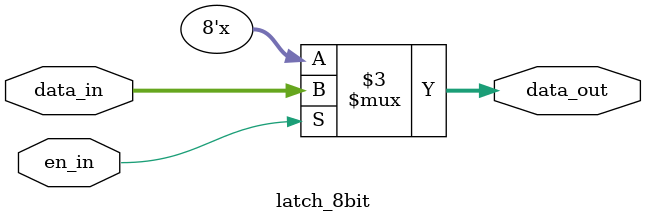
<source format=v>
`timescale 1ns / 1ps


module latch_8bit(
    input [7:0] data_in,
    output reg [7:0] data_out,
    input en_in
    );
    
always @*
begin
    if(en_in)
        data_out = data_in;
end
endmodule

</source>
